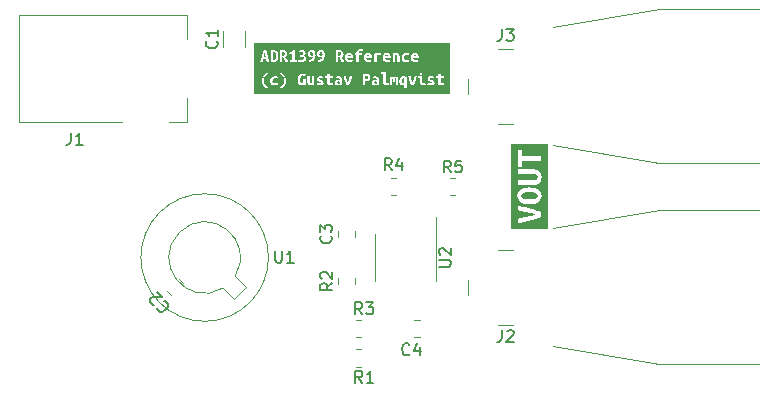
<source format=gbr>
%TF.GenerationSoftware,KiCad,Pcbnew,6.0.0-d3dd2cf0fa~116~ubuntu21.10.1*%
%TF.CreationDate,2022-02-03T21:59:43+00:00*%
%TF.ProjectId,pcb-adr1399-vref,7063622d-6164-4723-9133-39392d767265,rev?*%
%TF.SameCoordinates,Original*%
%TF.FileFunction,Legend,Top*%
%TF.FilePolarity,Positive*%
%FSLAX46Y46*%
G04 Gerber Fmt 4.6, Leading zero omitted, Abs format (unit mm)*
G04 Created by KiCad (PCBNEW 6.0.0-d3dd2cf0fa~116~ubuntu21.10.1) date 2022-02-03 21:59:43*
%MOMM*%
%LPD*%
G01*
G04 APERTURE LIST*
%ADD10C,0.150000*%
%ADD11C,0.120000*%
G04 APERTURE END LIST*
D10*
%TO.C,J1*%
X76666666Y-99952380D02*
X76666666Y-100666666D01*
X76619047Y-100809523D01*
X76523809Y-100904761D01*
X76380952Y-100952380D01*
X76285714Y-100952380D01*
X77666666Y-100952380D02*
X77095238Y-100952380D01*
X77380952Y-100952380D02*
X77380952Y-99952380D01*
X77285714Y-100095238D01*
X77190476Y-100190476D01*
X77095238Y-100238095D01*
%TO.C,R2*%
X98802380Y-112666666D02*
X98326190Y-113000000D01*
X98802380Y-113238095D02*
X97802380Y-113238095D01*
X97802380Y-112857142D01*
X97850000Y-112761904D01*
X97897619Y-112714285D01*
X97992857Y-112666666D01*
X98135714Y-112666666D01*
X98230952Y-112714285D01*
X98278571Y-112761904D01*
X98326190Y-112857142D01*
X98326190Y-113238095D01*
X97897619Y-112285714D02*
X97850000Y-112238095D01*
X97802380Y-112142857D01*
X97802380Y-111904761D01*
X97850000Y-111809523D01*
X97897619Y-111761904D01*
X97992857Y-111714285D01*
X98088095Y-111714285D01*
X98230952Y-111761904D01*
X98802380Y-112333333D01*
X98802380Y-111714285D01*
%TO.C,C4*%
X105333333Y-118677142D02*
X105285714Y-118724761D01*
X105142857Y-118772380D01*
X105047619Y-118772380D01*
X104904761Y-118724761D01*
X104809523Y-118629523D01*
X104761904Y-118534285D01*
X104714285Y-118343809D01*
X104714285Y-118200952D01*
X104761904Y-118010476D01*
X104809523Y-117915238D01*
X104904761Y-117820000D01*
X105047619Y-117772380D01*
X105142857Y-117772380D01*
X105285714Y-117820000D01*
X105333333Y-117867619D01*
X106190476Y-118105714D02*
X106190476Y-118772380D01*
X105952380Y-117724761D02*
X105714285Y-118439047D01*
X106333333Y-118439047D01*
%TO.C,J3*%
X113166666Y-91142380D02*
X113166666Y-91856666D01*
X113119047Y-91999523D01*
X113023809Y-92094761D01*
X112880952Y-92142380D01*
X112785714Y-92142380D01*
X113547619Y-91142380D02*
X114166666Y-91142380D01*
X113833333Y-91523333D01*
X113976190Y-91523333D01*
X114071428Y-91570952D01*
X114119047Y-91618571D01*
X114166666Y-91713809D01*
X114166666Y-91951904D01*
X114119047Y-92047142D01*
X114071428Y-92094761D01*
X113976190Y-92142380D01*
X113690476Y-92142380D01*
X113595238Y-92094761D01*
X113547619Y-92047142D01*
%TO.C,R3*%
X101333333Y-115302380D02*
X101000000Y-114826190D01*
X100761904Y-115302380D02*
X100761904Y-114302380D01*
X101142857Y-114302380D01*
X101238095Y-114350000D01*
X101285714Y-114397619D01*
X101333333Y-114492857D01*
X101333333Y-114635714D01*
X101285714Y-114730952D01*
X101238095Y-114778571D01*
X101142857Y-114826190D01*
X100761904Y-114826190D01*
X101666666Y-114302380D02*
X102285714Y-114302380D01*
X101952380Y-114683333D01*
X102095238Y-114683333D01*
X102190476Y-114730952D01*
X102238095Y-114778571D01*
X102285714Y-114873809D01*
X102285714Y-115111904D01*
X102238095Y-115207142D01*
X102190476Y-115254761D01*
X102095238Y-115302380D01*
X101809523Y-115302380D01*
X101714285Y-115254761D01*
X101666666Y-115207142D01*
%TO.C,U2*%
X107852380Y-111261904D02*
X108661904Y-111261904D01*
X108757142Y-111214285D01*
X108804761Y-111166666D01*
X108852380Y-111071428D01*
X108852380Y-110880952D01*
X108804761Y-110785714D01*
X108757142Y-110738095D01*
X108661904Y-110690476D01*
X107852380Y-110690476D01*
X107947619Y-110261904D02*
X107900000Y-110214285D01*
X107852380Y-110119047D01*
X107852380Y-109880952D01*
X107900000Y-109785714D01*
X107947619Y-109738095D01*
X108042857Y-109690476D01*
X108138095Y-109690476D01*
X108280952Y-109738095D01*
X108852380Y-110309523D01*
X108852380Y-109690476D01*
%TO.C,R5*%
X108833333Y-103302380D02*
X108500000Y-102826190D01*
X108261904Y-103302380D02*
X108261904Y-102302380D01*
X108642857Y-102302380D01*
X108738095Y-102350000D01*
X108785714Y-102397619D01*
X108833333Y-102492857D01*
X108833333Y-102635714D01*
X108785714Y-102730952D01*
X108738095Y-102778571D01*
X108642857Y-102826190D01*
X108261904Y-102826190D01*
X109738095Y-102302380D02*
X109261904Y-102302380D01*
X109214285Y-102778571D01*
X109261904Y-102730952D01*
X109357142Y-102683333D01*
X109595238Y-102683333D01*
X109690476Y-102730952D01*
X109738095Y-102778571D01*
X109785714Y-102873809D01*
X109785714Y-103111904D01*
X109738095Y-103207142D01*
X109690476Y-103254761D01*
X109595238Y-103302380D01*
X109357142Y-103302380D01*
X109261904Y-103254761D01*
X109214285Y-103207142D01*
%TO.C,J2*%
X113166666Y-116642380D02*
X113166666Y-117356666D01*
X113119047Y-117499523D01*
X113023809Y-117594761D01*
X112880952Y-117642380D01*
X112785714Y-117642380D01*
X113595238Y-116737619D02*
X113642857Y-116690000D01*
X113738095Y-116642380D01*
X113976190Y-116642380D01*
X114071428Y-116690000D01*
X114119047Y-116737619D01*
X114166666Y-116832857D01*
X114166666Y-116928095D01*
X114119047Y-117070952D01*
X113547619Y-117642380D01*
X114166666Y-117642380D01*
%TO.C,U1*%
X93976095Y-109929380D02*
X93976095Y-110738904D01*
X94023714Y-110834142D01*
X94071333Y-110881761D01*
X94166571Y-110929380D01*
X94357047Y-110929380D01*
X94452285Y-110881761D01*
X94499904Y-110834142D01*
X94547523Y-110738904D01*
X94547523Y-109929380D01*
X95547523Y-110929380D02*
X94976095Y-110929380D01*
X95261809Y-110929380D02*
X95261809Y-109929380D01*
X95166571Y-110072238D01*
X95071333Y-110167476D01*
X94976095Y-110215095D01*
%TO.C,R4*%
X103833333Y-103102380D02*
X103500000Y-102626190D01*
X103261904Y-103102380D02*
X103261904Y-102102380D01*
X103642857Y-102102380D01*
X103738095Y-102150000D01*
X103785714Y-102197619D01*
X103833333Y-102292857D01*
X103833333Y-102435714D01*
X103785714Y-102530952D01*
X103738095Y-102578571D01*
X103642857Y-102626190D01*
X103261904Y-102626190D01*
X104690476Y-102435714D02*
X104690476Y-103102380D01*
X104452380Y-102054761D02*
X104214285Y-102769047D01*
X104833333Y-102769047D01*
%TO.C,C1*%
X89007142Y-92166666D02*
X89054761Y-92214285D01*
X89102380Y-92357142D01*
X89102380Y-92452380D01*
X89054761Y-92595238D01*
X88959523Y-92690476D01*
X88864285Y-92738095D01*
X88673809Y-92785714D01*
X88530952Y-92785714D01*
X88340476Y-92738095D01*
X88245238Y-92690476D01*
X88150000Y-92595238D01*
X88102380Y-92452380D01*
X88102380Y-92357142D01*
X88150000Y-92214285D01*
X88197619Y-92166666D01*
X89102380Y-91214285D02*
X89102380Y-91785714D01*
X89102380Y-91500000D02*
X88102380Y-91500000D01*
X88245238Y-91595238D01*
X88340476Y-91690476D01*
X88388095Y-91785714D01*
%TO.C,C2*%
X84558328Y-114177373D02*
X84625671Y-114177373D01*
X84760358Y-114244717D01*
X84827702Y-114312061D01*
X84895045Y-114446748D01*
X84895045Y-114581435D01*
X84861374Y-114682450D01*
X84760358Y-114850809D01*
X84659343Y-114951824D01*
X84490984Y-115052839D01*
X84389969Y-115086511D01*
X84255282Y-115086511D01*
X84120595Y-115019167D01*
X84053251Y-114951824D01*
X83985908Y-114817137D01*
X83985908Y-114749793D01*
X83716534Y-114480419D02*
X83649190Y-114480419D01*
X83548175Y-114446748D01*
X83379816Y-114278389D01*
X83346145Y-114177373D01*
X83346145Y-114110030D01*
X83379816Y-114009015D01*
X83447160Y-113941671D01*
X83581847Y-113874328D01*
X84389969Y-113874328D01*
X83952236Y-113436595D01*
%TO.C,R1*%
X101333333Y-121102380D02*
X101000000Y-120626190D01*
X100761904Y-121102380D02*
X100761904Y-120102380D01*
X101142857Y-120102380D01*
X101238095Y-120150000D01*
X101285714Y-120197619D01*
X101333333Y-120292857D01*
X101333333Y-120435714D01*
X101285714Y-120530952D01*
X101238095Y-120578571D01*
X101142857Y-120626190D01*
X100761904Y-120626190D01*
X102285714Y-121102380D02*
X101714285Y-121102380D01*
X102000000Y-121102380D02*
X102000000Y-120102380D01*
X101904761Y-120245238D01*
X101809523Y-120340476D01*
X101714285Y-120388095D01*
%TO.C,C3*%
X98677142Y-108666666D02*
X98724761Y-108714285D01*
X98772380Y-108857142D01*
X98772380Y-108952380D01*
X98724761Y-109095238D01*
X98629523Y-109190476D01*
X98534285Y-109238095D01*
X98343809Y-109285714D01*
X98200952Y-109285714D01*
X98010476Y-109238095D01*
X97915238Y-109190476D01*
X97820000Y-109095238D01*
X97772380Y-108952380D01*
X97772380Y-108857142D01*
X97820000Y-108714285D01*
X97867619Y-108666666D01*
X97772380Y-108333333D02*
X97772380Y-107714285D01*
X98153333Y-108047619D01*
X98153333Y-107904761D01*
X98200952Y-107809523D01*
X98248571Y-107761904D01*
X98343809Y-107714285D01*
X98581904Y-107714285D01*
X98677142Y-107761904D01*
X98724761Y-107809523D01*
X98772380Y-107904761D01*
X98772380Y-108190476D01*
X98724761Y-108285714D01*
X98677142Y-108333333D01*
D11*
%TO.C,J1*%
X72300000Y-99000000D02*
X72300000Y-90000000D01*
X81000000Y-99000000D02*
X72300000Y-99000000D01*
X86500000Y-99000000D02*
X85000000Y-99000000D01*
X72300000Y-90000000D02*
X86500000Y-90000000D01*
X86500000Y-90000000D02*
X86500000Y-92000000D01*
X86500000Y-97000000D02*
X86500000Y-99000000D01*
%TO.C,R2*%
X100735000Y-112727064D02*
X100735000Y-112272936D01*
X99265000Y-112727064D02*
X99265000Y-112272936D01*
%TO.C,C4*%
X105738748Y-115765000D02*
X106261252Y-115765000D01*
X105738748Y-117235000D02*
X106261252Y-117235000D01*
%TO.C,kibuzzard-61FB27BC*%
G36*
X104879205Y-95325144D02*
G01*
X104917524Y-95329054D01*
X104917524Y-95732576D01*
X104866692Y-95752909D01*
X104804913Y-95760729D01*
X104744893Y-95746848D01*
X104702468Y-95705206D01*
X104677248Y-95638148D01*
X104668841Y-95548020D01*
X104678812Y-95458283D01*
X104708724Y-95386142D01*
X104758578Y-95338634D01*
X104828373Y-95322798D01*
X104879205Y-95325144D01*
G37*
G36*
X92196213Y-92312170D02*
G01*
X108803787Y-92312170D01*
X108803787Y-96687830D01*
X92196213Y-96687830D01*
X92196213Y-95493278D01*
X92841575Y-95493278D01*
X92847734Y-95597971D01*
X92866209Y-95697777D01*
X92897001Y-95792694D01*
X92940110Y-95882724D01*
X92996513Y-95966694D01*
X93067188Y-96043429D01*
X93152135Y-96112931D01*
X93251354Y-96175200D01*
X93340504Y-96056333D01*
X93247617Y-95991946D01*
X93169155Y-95915569D01*
X93105116Y-95827201D01*
X93057760Y-95727189D01*
X93029347Y-95615882D01*
X93023621Y-95541764D01*
X93545393Y-95541764D01*
X93551454Y-95620357D01*
X93569636Y-95693475D01*
X93600721Y-95759165D01*
X93645492Y-95815471D01*
X93704339Y-95861610D01*
X93777653Y-95896801D01*
X93866217Y-95919088D01*
X93970812Y-95926517D01*
X94043931Y-95923976D01*
X94106883Y-95916351D01*
X94205418Y-95890544D01*
X94177265Y-95732576D01*
X94087333Y-95752909D01*
X93992708Y-95759165D01*
X93875210Y-95744698D01*
X93797986Y-95701296D01*
X93755170Y-95632478D01*
X93740898Y-95541764D01*
X93753410Y-95454177D01*
X93794075Y-95384578D01*
X93868367Y-95339221D01*
X93983324Y-95322798D01*
X94081077Y-95331400D01*
X94150676Y-95350951D01*
X94192906Y-95196111D01*
X94084987Y-95164830D01*
X93966120Y-95155446D01*
X93864262Y-95163071D01*
X93777653Y-95185945D01*
X93705512Y-95221918D01*
X93647056Y-95268839D01*
X93602090Y-95325731D01*
X93570418Y-95391616D01*
X93551649Y-95464344D01*
X93545393Y-95541764D01*
X93023621Y-95541764D01*
X93019876Y-95493278D01*
X93029695Y-95369198D01*
X93059151Y-95255544D01*
X93108244Y-95152318D01*
X93174021Y-95060908D01*
X93253526Y-94982706D01*
X93346760Y-94917712D01*
X94391539Y-94917712D01*
X94484773Y-94982706D01*
X94564278Y-95060908D01*
X94630055Y-95152318D01*
X94679148Y-95255544D01*
X94708604Y-95369198D01*
X94718423Y-95493278D01*
X94708952Y-95615882D01*
X94680538Y-95727189D01*
X94633183Y-95827201D01*
X94569144Y-95915569D01*
X94490681Y-95991946D01*
X94397795Y-96056333D01*
X94486945Y-96175200D01*
X94586164Y-96112931D01*
X94671111Y-96043429D01*
X94741786Y-95966694D01*
X94798189Y-95882724D01*
X94841298Y-95792694D01*
X94872090Y-95697777D01*
X94890565Y-95597971D01*
X94896723Y-95493278D01*
X94892587Y-95424461D01*
X95864864Y-95424461D01*
X95871902Y-95541959D01*
X95893016Y-95644208D01*
X95927034Y-95731012D01*
X95972782Y-95802176D01*
X96029674Y-95857700D01*
X96097123Y-95897583D01*
X96174348Y-95921630D01*
X96260566Y-95929645D01*
X96356168Y-95925735D01*
X96436520Y-95914005D01*
X96543657Y-95885852D01*
X96543657Y-95583993D01*
X96696933Y-95583993D01*
X96700061Y-95655939D01*
X96709445Y-95721628D01*
X96755584Y-95830329D01*
X96847080Y-95901493D01*
X96913161Y-95920261D01*
X96995664Y-95926517D01*
X97081491Y-95922998D01*
X97160670Y-95912441D01*
X97289704Y-95884288D01*
X97289704Y-95865520D01*
X97471132Y-95865520D01*
X97579051Y-95904621D01*
X97653343Y-95921043D01*
X97741711Y-95926517D01*
X97828124Y-95922216D01*
X97899679Y-95909313D01*
X98003688Y-95862392D01*
X98060775Y-95792010D01*
X98077979Y-95705988D01*
X98054519Y-95608235D01*
X97994303Y-95542546D01*
X97912191Y-95499535D01*
X97824605Y-95468254D01*
X97769082Y-95448703D01*
X97723724Y-95427589D01*
X97692444Y-95403346D01*
X97680713Y-95372847D01*
X97706520Y-95334528D01*
X97805837Y-95316542D01*
X97932524Y-95334528D01*
X98015418Y-95360335D01*
X98020276Y-95333746D01*
X98224999Y-95333746D01*
X98392351Y-95333746D01*
X98392351Y-95635606D01*
X98397043Y-95719087D01*
X98411120Y-95784972D01*
X98465861Y-95873340D01*
X98553447Y-95915569D01*
X98672314Y-95926517D01*
X98791963Y-95917133D01*
X98906920Y-95885852D01*
X98880332Y-95720064D01*
X98831064Y-95740397D01*
X98787271Y-95752127D01*
X98743478Y-95757601D01*
X98694211Y-95759165D01*
X98648854Y-95754473D01*
X98614445Y-95735705D01*
X98592548Y-95696604D01*
X98591058Y-95684091D01*
X99019531Y-95684091D01*
X99041428Y-95797484D01*
X99103989Y-95872558D01*
X99201742Y-95914005D01*
X99329211Y-95926517D01*
X99427354Y-95923389D01*
X99515332Y-95914005D01*
X99640455Y-95892108D01*
X99640455Y-95454177D01*
X99624814Y-95329836D01*
X99573201Y-95235994D01*
X99477013Y-95176560D01*
X99466962Y-95174214D01*
X99754630Y-95174214D01*
X99787914Y-95283062D01*
X99822079Y-95387510D01*
X99857123Y-95487560D01*
X99893047Y-95583211D01*
X99941272Y-95702512D01*
X99988975Y-95811213D01*
X100036157Y-95909313D01*
X100197253Y-95909313D01*
X101381231Y-95909313D01*
X101573607Y-95909313D01*
X101573607Y-95684091D01*
X102147610Y-95684091D01*
X102169506Y-95797484D01*
X102232068Y-95872558D01*
X102329821Y-95914005D01*
X102457290Y-95926517D01*
X102555433Y-95923389D01*
X102643410Y-95914005D01*
X102768534Y-95892108D01*
X102768534Y-95454177D01*
X102752893Y-95329836D01*
X102701280Y-95235994D01*
X102605091Y-95176560D01*
X102537251Y-95160725D01*
X102454162Y-95155446D01*
X102384953Y-95157987D01*
X102318090Y-95165612D01*
X102216428Y-95188291D01*
X102243016Y-95343131D01*
X102325128Y-95324362D01*
X102430701Y-95316542D01*
X102502647Y-95325731D01*
X102549568Y-95353297D01*
X102583977Y-95444793D01*
X102583977Y-95468254D01*
X102521806Y-95458870D01*
X102451034Y-95455741D01*
X102336859Y-95467472D01*
X102239888Y-95505791D01*
X102172635Y-95576173D01*
X102147610Y-95684091D01*
X101573607Y-95684091D01*
X101573607Y-95582429D01*
X101642425Y-95582429D01*
X101758077Y-95573826D01*
X101854787Y-95548020D01*
X101932555Y-95505009D01*
X101989468Y-95442708D01*
X102023616Y-95359032D01*
X102034999Y-95253980D01*
X102023703Y-95149972D01*
X101989816Y-95067338D01*
X101933337Y-95006080D01*
X101909051Y-94992786D01*
X102917117Y-94992786D01*
X103120442Y-94992786D01*
X103120442Y-95616838D01*
X103135692Y-95750367D01*
X103181440Y-95847533D01*
X103260424Y-95906771D01*
X103375381Y-95926517D01*
X103462185Y-95920261D01*
X103510012Y-95909313D01*
X103688189Y-95909313D01*
X103844593Y-95909313D01*
X103844593Y-95332182D01*
X103870399Y-95327490D01*
X103893078Y-95325926D01*
X103940781Y-95355643D01*
X103955640Y-95460434D01*
X103955640Y-95629350D01*
X104112043Y-95629350D01*
X104112043Y-95482330D01*
X104108915Y-95402564D01*
X104101095Y-95336874D01*
X104129248Y-95328272D01*
X104158965Y-95325926D01*
X104183207Y-95330618D01*
X104203540Y-95349387D01*
X104217616Y-95390052D01*
X104223090Y-95460434D01*
X104223090Y-95909313D01*
X104379494Y-95909313D01*
X104379494Y-95541764D01*
X104473337Y-95541764D01*
X104478029Y-95625244D01*
X104492105Y-95700514D01*
X104515370Y-95766399D01*
X104547628Y-95821727D01*
X104639125Y-95899147D01*
X104698167Y-95919675D01*
X104765812Y-95926517D01*
X104841668Y-95916351D01*
X104917524Y-95888980D01*
X104917524Y-96167379D01*
X105109901Y-96167379D01*
X105109901Y-95197675D01*
X105051249Y-95182817D01*
X105002322Y-95174214D01*
X105228768Y-95174214D01*
X105262052Y-95283062D01*
X105296217Y-95387510D01*
X105331261Y-95487560D01*
X105367185Y-95583211D01*
X105415410Y-95702512D01*
X105463113Y-95811213D01*
X105510295Y-95909313D01*
X105671391Y-95909313D01*
X105719355Y-95811213D01*
X105769404Y-95702512D01*
X105821539Y-95583211D01*
X105860542Y-95487560D01*
X105897785Y-95387510D01*
X105916051Y-95333746D01*
X106045196Y-95333746D01*
X106248521Y-95333746D01*
X106248521Y-95604325D01*
X106251649Y-95676662D01*
X106261034Y-95740397D01*
X106304045Y-95841277D01*
X106385375Y-95904621D01*
X106511280Y-95926517D01*
X106607468Y-95916351D01*
X106719297Y-95878032D01*
X106717275Y-95865520D01*
X106855369Y-95865520D01*
X106963287Y-95904621D01*
X107037579Y-95921043D01*
X107125947Y-95926517D01*
X107212361Y-95922216D01*
X107283915Y-95909313D01*
X107387924Y-95862392D01*
X107445011Y-95792010D01*
X107462216Y-95705988D01*
X107438755Y-95608235D01*
X107378540Y-95542546D01*
X107296428Y-95499535D01*
X107208841Y-95468254D01*
X107153318Y-95448703D01*
X107107961Y-95427589D01*
X107076680Y-95403346D01*
X107064950Y-95372847D01*
X107090756Y-95334528D01*
X107190073Y-95316542D01*
X107316760Y-95334528D01*
X107399654Y-95360335D01*
X107404512Y-95333746D01*
X107609236Y-95333746D01*
X107776588Y-95333746D01*
X107776588Y-95635606D01*
X107781280Y-95719087D01*
X107795356Y-95784972D01*
X107850098Y-95873340D01*
X107937684Y-95915569D01*
X108056551Y-95926517D01*
X108176200Y-95917133D01*
X108291157Y-95885852D01*
X108264568Y-95720064D01*
X108215301Y-95740397D01*
X108171508Y-95752127D01*
X108127715Y-95757601D01*
X108078447Y-95759165D01*
X108033090Y-95754473D01*
X107998681Y-95735705D01*
X107976785Y-95696604D01*
X107968965Y-95630914D01*
X107968965Y-95333746D01*
X108277080Y-95333746D01*
X108277080Y-95174214D01*
X107968965Y-95174214D01*
X107968965Y-94958377D01*
X107776588Y-94989658D01*
X107776588Y-95174214D01*
X107609236Y-95174214D01*
X107609236Y-95333746D01*
X107404512Y-95333746D01*
X107429371Y-95197675D01*
X107322234Y-95166394D01*
X107257913Y-95158183D01*
X107188509Y-95155446D01*
X107111480Y-95159943D01*
X107046181Y-95173432D01*
X106948429Y-95223482D01*
X106892123Y-95296991D01*
X106874137Y-95385360D01*
X106897598Y-95481548D01*
X106957031Y-95544892D01*
X107036797Y-95586339D01*
X107122819Y-95615273D01*
X107179907Y-95634042D01*
X107228392Y-95653592D01*
X107261237Y-95677835D01*
X107272967Y-95712244D01*
X107235430Y-95753691D01*
X107127511Y-95763857D01*
X107001606Y-95745089D01*
X106885085Y-95704424D01*
X106855369Y-95865520D01*
X106717275Y-95865520D01*
X106694273Y-95723192D01*
X106609814Y-95752127D01*
X106545689Y-95759165D01*
X106465141Y-95727102D01*
X106440898Y-95629350D01*
X106440898Y-95174214D01*
X106045196Y-95174214D01*
X106045196Y-95333746D01*
X105916051Y-95333746D01*
X105933270Y-95283062D01*
X105966994Y-95174214D01*
X105771489Y-95174214D01*
X105734734Y-95300902D01*
X105711665Y-95368351D01*
X105687813Y-95436191D01*
X105663375Y-95503249D01*
X105638546Y-95568352D01*
X105593189Y-95685655D01*
X105550178Y-95568352D01*
X105527695Y-95503249D01*
X105505603Y-95436191D01*
X105484293Y-95368351D01*
X105464156Y-95300902D01*
X105430529Y-95174214D01*
X105228768Y-95174214D01*
X105002322Y-95174214D01*
X104980085Y-95170304D01*
X104902665Y-95161702D01*
X104826809Y-95158574D01*
X104746848Y-95165612D01*
X104675880Y-95186727D01*
X104614882Y-95220354D01*
X104564833Y-95264929D01*
X104525536Y-95320257D01*
X104496797Y-95386142D01*
X104479202Y-95460629D01*
X104473337Y-95541764D01*
X104379494Y-95541764D01*
X104379494Y-95469818D01*
X104377539Y-95398068D01*
X104371674Y-95336092D01*
X104341175Y-95241468D01*
X104279396Y-95185163D01*
X104179297Y-95166394D01*
X104104223Y-95179689D01*
X104041662Y-95210187D01*
X103986138Y-95176560D01*
X103913410Y-95166394D01*
X103808620Y-95175778D01*
X103688189Y-95202367D01*
X103688189Y-95909313D01*
X103510012Y-95909313D01*
X103527093Y-95905403D01*
X103570104Y-95888980D01*
X103591218Y-95878032D01*
X103566194Y-95723192D01*
X103514580Y-95743525D01*
X103417610Y-95759165D01*
X103342536Y-95732576D01*
X103312819Y-95630914D01*
X103312819Y-94963069D01*
X106190652Y-94963069D01*
X106225843Y-95052219D01*
X106311083Y-95085064D01*
X106397105Y-95052219D01*
X106433078Y-94963069D01*
X106397105Y-94872355D01*
X106311083Y-94839510D01*
X106225843Y-94872355D01*
X106190652Y-94963069D01*
X103312819Y-94963069D01*
X103312819Y-94833254D01*
X102917117Y-94833254D01*
X102917117Y-94992786D01*
X101909051Y-94992786D01*
X101856351Y-94963938D01*
X101760945Y-94938653D01*
X101647117Y-94930224D01*
X101586120Y-94931788D01*
X101515738Y-94935698D01*
X101444574Y-94942737D01*
X101381231Y-94953685D01*
X101381231Y-95909313D01*
X100197253Y-95909313D01*
X100245217Y-95811213D01*
X100295266Y-95702512D01*
X100347401Y-95583211D01*
X100386404Y-95487560D01*
X100423648Y-95387510D01*
X100459132Y-95283062D01*
X100492856Y-95174214D01*
X100297351Y-95174214D01*
X100260596Y-95300902D01*
X100237527Y-95368351D01*
X100213675Y-95436191D01*
X100189237Y-95503249D01*
X100164408Y-95568352D01*
X100119051Y-95685655D01*
X100076040Y-95568352D01*
X100053557Y-95503249D01*
X100031465Y-95436191D01*
X100010155Y-95368351D01*
X99990018Y-95300902D01*
X99956391Y-95174214D01*
X99754630Y-95174214D01*
X99466962Y-95174214D01*
X99409172Y-95160725D01*
X99326083Y-95155446D01*
X99256874Y-95157987D01*
X99190011Y-95165612D01*
X99088349Y-95188291D01*
X99114938Y-95343131D01*
X99197050Y-95324362D01*
X99302622Y-95316542D01*
X99374568Y-95325731D01*
X99421489Y-95353297D01*
X99455898Y-95444793D01*
X99455898Y-95468254D01*
X99393728Y-95458870D01*
X99322955Y-95455741D01*
X99208780Y-95467472D01*
X99111809Y-95505791D01*
X99044556Y-95576173D01*
X99019531Y-95684091D01*
X98591058Y-95684091D01*
X98584728Y-95630914D01*
X98584728Y-95333746D01*
X98892844Y-95333746D01*
X98892844Y-95174214D01*
X98584728Y-95174214D01*
X98584728Y-94958377D01*
X98392351Y-94989658D01*
X98392351Y-95174214D01*
X98224999Y-95174214D01*
X98224999Y-95333746D01*
X98020276Y-95333746D01*
X98045135Y-95197675D01*
X97937998Y-95166394D01*
X97873677Y-95158183D01*
X97804273Y-95155446D01*
X97727244Y-95159943D01*
X97661945Y-95173432D01*
X97564192Y-95223482D01*
X97507887Y-95296991D01*
X97489901Y-95385360D01*
X97513361Y-95481548D01*
X97572795Y-95544892D01*
X97652561Y-95586339D01*
X97738583Y-95615273D01*
X97795670Y-95634042D01*
X97844156Y-95653592D01*
X97877000Y-95677835D01*
X97888731Y-95712244D01*
X97851194Y-95753691D01*
X97743275Y-95763857D01*
X97617370Y-95745089D01*
X97500849Y-95704424D01*
X97471132Y-95865520D01*
X97289704Y-95865520D01*
X97289704Y-95174214D01*
X97095763Y-95174214D01*
X97095763Y-95751345D01*
X97008176Y-95759165D01*
X96913552Y-95709898D01*
X96895370Y-95647532D01*
X96889309Y-95558968D01*
X96889309Y-95174214D01*
X96696933Y-95174214D01*
X96696933Y-95583993D01*
X96543657Y-95583993D01*
X96543657Y-95402564D01*
X96351280Y-95402564D01*
X96351280Y-95756037D01*
X96313743Y-95760729D01*
X96276206Y-95762293D01*
X96182755Y-95741765D01*
X96115110Y-95680181D01*
X96084698Y-95615273D01*
X96066451Y-95530033D01*
X96060369Y-95424461D01*
X96063692Y-95352710D01*
X96073663Y-95287607D01*
X96117456Y-95181253D01*
X96194876Y-95111653D01*
X96310615Y-95086628D01*
X96413841Y-95103833D01*
X96498300Y-95142934D01*
X96548349Y-94989658D01*
X96516286Y-94970889D01*
X96462327Y-94947429D01*
X96384907Y-94927878D01*
X96284026Y-94919276D01*
X96199177Y-94927292D01*
X96119802Y-94951339D01*
X96048247Y-94991417D01*
X95986859Y-95047527D01*
X95936418Y-95119277D01*
X95897708Y-95206277D01*
X95873075Y-95308135D01*
X95864864Y-95424461D01*
X94892587Y-95424461D01*
X94890369Y-95387559D01*
X94871308Y-95286239D01*
X94839538Y-95189317D01*
X94795061Y-95096794D01*
X94737289Y-95010430D01*
X94665636Y-94931984D01*
X94580103Y-94861455D01*
X94480689Y-94798845D01*
X94391539Y-94917712D01*
X93346760Y-94917712D01*
X93257610Y-94798845D01*
X93158196Y-94861455D01*
X93072662Y-94931984D01*
X93001010Y-95010430D01*
X92943238Y-95096794D01*
X92898761Y-95189317D01*
X92866991Y-95286239D01*
X92847929Y-95387559D01*
X92841575Y-95493278D01*
X92196213Y-95493278D01*
X92196213Y-93924938D01*
X92708843Y-93924938D01*
X92912043Y-93924938D01*
X92956493Y-93697925D01*
X93218431Y-93697925D01*
X93264468Y-93924938D01*
X93474018Y-93924938D01*
X93471405Y-93913825D01*
X93574031Y-93913825D01*
X93681187Y-93932082D01*
X93783581Y-93937638D01*
X93879426Y-93930693D01*
X93903597Y-93924938D01*
X94367781Y-93924938D01*
X94563043Y-93924938D01*
X94563043Y-93562988D01*
X94664643Y-93562988D01*
X94718420Y-93652880D01*
X94768625Y-93741582D01*
X94814067Y-93831474D01*
X94853556Y-93924938D01*
X95058343Y-93924938D01*
X95013100Y-93820957D01*
X94958331Y-93711419D01*
X94899593Y-93606644D01*
X94842443Y-93515363D01*
X94911896Y-93470516D01*
X94958331Y-93409000D01*
X94984525Y-93335182D01*
X94993256Y-93253425D01*
X94986707Y-93176233D01*
X94978087Y-93147063D01*
X95152006Y-93147063D01*
X95215506Y-93308988D01*
X95312343Y-93270094D01*
X95413943Y-93213738D01*
X95413943Y-93763013D01*
X95207568Y-93763013D01*
X95207568Y-93924938D01*
X95804468Y-93924938D01*
X95804468Y-93891600D01*
X95934643Y-93891600D01*
X95983856Y-93909063D01*
X96052912Y-93926525D01*
X96130700Y-93940019D01*
X96207693Y-93945575D01*
X96299371Y-93939821D01*
X96377556Y-93922557D01*
X96442643Y-93894775D01*
X96495031Y-93857469D01*
X96563293Y-93758250D01*
X96585518Y-93632838D01*
X96575001Y-93553066D01*
X96543450Y-93485200D01*
X96492848Y-93430829D01*
X96425181Y-93391538D01*
X96514081Y-93308988D01*
X96530984Y-93251838D01*
X96734743Y-93251838D01*
X96752206Y-93373282D01*
X96807768Y-93472500D01*
X96906193Y-93539969D01*
X96972868Y-93558424D01*
X97052243Y-93564575D01*
X97163368Y-93537588D01*
X97107409Y-93636608D01*
X97022081Y-93705069D01*
X96915321Y-93745352D01*
X96795068Y-93759838D01*
X96801418Y-93928113D01*
X96928617Y-93918389D01*
X97043512Y-93889219D01*
X97144318Y-93841396D01*
X97229250Y-93775713D01*
X97297314Y-93692171D01*
X97347518Y-93590769D01*
X97378475Y-93472302D01*
X97388793Y-93337563D01*
X97382009Y-93251838D01*
X97528493Y-93251838D01*
X97545956Y-93373282D01*
X97601518Y-93472500D01*
X97699943Y-93539969D01*
X97766618Y-93558424D01*
X97845993Y-93564575D01*
X97957118Y-93537588D01*
X97901159Y-93636608D01*
X97815831Y-93705069D01*
X97709071Y-93745352D01*
X97588818Y-93759838D01*
X97595168Y-93928113D01*
X97636700Y-93924938D01*
X99130281Y-93924938D01*
X99325543Y-93924938D01*
X99325543Y-93562988D01*
X99427143Y-93562988D01*
X99480920Y-93652880D01*
X99531125Y-93741582D01*
X99576567Y-93831474D01*
X99616056Y-93924938D01*
X99820843Y-93924938D01*
X99775600Y-93820957D01*
X99720831Y-93711419D01*
X99662093Y-93606644D01*
X99631778Y-93558225D01*
X99887518Y-93558225D01*
X99894662Y-93647522D01*
X99916093Y-93724913D01*
X99950820Y-93790596D01*
X99997850Y-93844769D01*
X100056587Y-93887235D01*
X100126437Y-93917794D01*
X100206804Y-93936249D01*
X100297093Y-93942400D01*
X100425681Y-93930494D01*
X100533631Y-93901125D01*
X100506643Y-93734438D01*
X100416950Y-93759838D01*
X100305031Y-93772538D01*
X100218512Y-93762021D01*
X100149456Y-93730469D01*
X100104212Y-93680661D01*
X100089131Y-93615375D01*
X100573318Y-93615375D01*
X100575700Y-93582038D01*
X100576493Y-93542350D01*
X100566968Y-93427433D01*
X100540887Y-93340738D01*
X100689206Y-93340738D01*
X100852718Y-93340738D01*
X100852718Y-93924938D01*
X101049568Y-93924938D01*
X101049568Y-93558225D01*
X101475018Y-93558225D01*
X101482162Y-93647522D01*
X101503593Y-93724913D01*
X101538320Y-93790596D01*
X101585350Y-93844769D01*
X101644087Y-93887235D01*
X101713937Y-93917794D01*
X101794304Y-93936249D01*
X101884593Y-93942400D01*
X102013181Y-93930494D01*
X102033603Y-93924938D01*
X102360843Y-93924938D01*
X102557693Y-93924938D01*
X102557693Y-93558225D01*
X103062518Y-93558225D01*
X103069662Y-93647522D01*
X103091093Y-93724913D01*
X103125820Y-93790596D01*
X103172850Y-93844769D01*
X103231587Y-93887235D01*
X103301437Y-93917794D01*
X103381804Y-93936249D01*
X103472093Y-93942400D01*
X103600681Y-93930494D01*
X103621103Y-93924938D01*
X103907068Y-93924938D01*
X104102331Y-93924938D01*
X104102331Y-93339150D01*
X104147575Y-93334388D01*
X104191231Y-93332800D01*
X104288068Y-93378838D01*
X104305928Y-93439560D01*
X104311881Y-93529650D01*
X104311881Y-93924938D01*
X104507143Y-93924938D01*
X104507143Y-93551875D01*
X104670656Y-93551875D01*
X104676807Y-93631647D01*
X104695262Y-93705863D01*
X104726814Y-93772538D01*
X104772256Y-93829688D01*
X104831985Y-93876519D01*
X104906400Y-93912238D01*
X104996292Y-93934860D01*
X105102456Y-93942400D01*
X105176671Y-93939821D01*
X105240568Y-93932082D01*
X105340581Y-93905888D01*
X105312006Y-93745550D01*
X105220725Y-93766188D01*
X105124681Y-93772538D01*
X105005420Y-93757854D01*
X104927037Y-93713800D01*
X104883579Y-93643950D01*
X104870092Y-93558225D01*
X105443768Y-93558225D01*
X105450912Y-93647522D01*
X105472343Y-93724913D01*
X105507070Y-93790596D01*
X105554100Y-93844769D01*
X105612837Y-93887235D01*
X105682687Y-93917794D01*
X105763054Y-93936249D01*
X105853343Y-93942400D01*
X105981931Y-93930494D01*
X106089881Y-93901125D01*
X106062893Y-93734438D01*
X105973200Y-93759838D01*
X105861281Y-93772538D01*
X105774762Y-93762021D01*
X105705706Y-93730469D01*
X105660462Y-93680661D01*
X105645381Y-93615375D01*
X106129568Y-93615375D01*
X106131950Y-93582038D01*
X106132743Y-93542350D01*
X106123218Y-93427433D01*
X106094643Y-93332448D01*
X106047018Y-93257394D01*
X105981049Y-93203155D01*
X105897440Y-93170611D01*
X105796193Y-93159763D01*
X105730312Y-93166113D01*
X105666018Y-93185163D01*
X105606090Y-93216714D01*
X105553306Y-93260569D01*
X105508856Y-93316727D01*
X105473931Y-93385188D01*
X105451309Y-93465754D01*
X105443768Y-93558225D01*
X104870092Y-93558225D01*
X104869093Y-93551875D01*
X104881793Y-93462975D01*
X104923068Y-93392332D01*
X104998475Y-93346294D01*
X105115156Y-93329625D01*
X105214375Y-93338357D01*
X105285018Y-93358200D01*
X105327881Y-93201038D01*
X105218343Y-93169288D01*
X105097693Y-93159763D01*
X104994307Y-93167502D01*
X104906400Y-93190719D01*
X104833176Y-93227232D01*
X104773843Y-93274857D01*
X104728203Y-93332602D01*
X104696056Y-93399475D01*
X104677006Y-93473294D01*
X104670656Y-93551875D01*
X104507143Y-93551875D01*
X104507143Y-93504250D01*
X104503571Y-93431424D01*
X104492856Y-93365344D01*
X104444437Y-93257394D01*
X104351568Y-93187544D01*
X104285290Y-93169089D01*
X104203931Y-93162938D01*
X104116817Y-93166113D01*
X104036450Y-93175638D01*
X103965607Y-93188735D01*
X103907068Y-93202625D01*
X103907068Y-93924938D01*
X103621103Y-93924938D01*
X103708631Y-93901125D01*
X103681643Y-93734438D01*
X103591950Y-93759838D01*
X103480031Y-93772538D01*
X103393512Y-93762021D01*
X103324456Y-93730469D01*
X103279212Y-93680661D01*
X103264131Y-93615375D01*
X103748318Y-93615375D01*
X103750700Y-93582038D01*
X103751493Y-93542350D01*
X103741968Y-93427433D01*
X103713393Y-93332448D01*
X103665768Y-93257394D01*
X103599799Y-93203155D01*
X103516190Y-93170611D01*
X103414943Y-93159763D01*
X103349062Y-93166113D01*
X103284768Y-93185163D01*
X103224840Y-93216714D01*
X103172056Y-93260569D01*
X103127606Y-93316727D01*
X103092681Y-93385188D01*
X103070059Y-93465754D01*
X103062518Y-93558225D01*
X102557693Y-93558225D01*
X102557693Y-93370900D01*
X102638656Y-93355819D01*
X102719618Y-93351850D01*
X102762481Y-93353438D01*
X102814868Y-93358994D01*
X102868050Y-93367725D01*
X102913293Y-93377250D01*
X102948218Y-93196275D01*
X102887100Y-93181194D01*
X102819631Y-93171669D01*
X102756925Y-93166113D01*
X102711681Y-93164525D01*
X102609089Y-93168891D01*
X102520387Y-93181988D01*
X102439623Y-93202229D01*
X102360843Y-93228025D01*
X102360843Y-93924938D01*
X102033603Y-93924938D01*
X102121131Y-93901125D01*
X102094143Y-93734438D01*
X102004450Y-93759838D01*
X101892531Y-93772538D01*
X101806012Y-93762021D01*
X101736956Y-93730469D01*
X101691712Y-93680661D01*
X101676631Y-93615375D01*
X102160818Y-93615375D01*
X102163200Y-93582038D01*
X102163993Y-93542350D01*
X102154468Y-93427433D01*
X102125893Y-93332448D01*
X102078268Y-93257394D01*
X102012299Y-93203155D01*
X101928690Y-93170611D01*
X101827443Y-93159763D01*
X101761562Y-93166113D01*
X101697268Y-93185163D01*
X101637340Y-93216714D01*
X101584556Y-93260569D01*
X101540106Y-93316727D01*
X101505181Y-93385188D01*
X101482559Y-93465754D01*
X101475018Y-93558225D01*
X101049568Y-93558225D01*
X101049568Y-93340738D01*
X101355956Y-93340738D01*
X101355956Y-93178813D01*
X101049568Y-93178813D01*
X101049568Y-93139125D01*
X101060681Y-93062132D01*
X101090050Y-93016888D01*
X101132912Y-92996250D01*
X101184506Y-92991488D01*
X101288487Y-93004982D01*
X101379768Y-93031175D01*
X101413106Y-92872425D01*
X101295631Y-92835913D01*
X101168631Y-92824800D01*
X101051156Y-92839882D01*
X100949556Y-92890682D01*
X100878912Y-92985932D01*
X100859267Y-93053202D01*
X100852718Y-93135950D01*
X100852718Y-93178813D01*
X100689206Y-93178813D01*
X100689206Y-93340738D01*
X100540887Y-93340738D01*
X100538393Y-93332448D01*
X100490768Y-93257394D01*
X100424799Y-93203155D01*
X100341190Y-93170611D01*
X100239943Y-93159763D01*
X100174062Y-93166113D01*
X100109768Y-93185163D01*
X100049840Y-93216714D01*
X99997056Y-93260569D01*
X99952606Y-93316727D01*
X99917681Y-93385188D01*
X99895059Y-93465754D01*
X99887518Y-93558225D01*
X99631778Y-93558225D01*
X99604943Y-93515363D01*
X99674396Y-93470516D01*
X99720831Y-93409000D01*
X99747025Y-93335182D01*
X99755756Y-93253425D01*
X99749207Y-93176233D01*
X99729562Y-93109757D01*
X99654156Y-93008950D01*
X99600181Y-92974422D01*
X99536681Y-92950213D01*
X99464450Y-92935925D01*
X99384281Y-92931163D01*
X99328718Y-92932750D01*
X99262043Y-92936719D01*
X99192987Y-92944657D01*
X99130281Y-92956563D01*
X99130281Y-93924938D01*
X97636700Y-93924938D01*
X97722367Y-93918389D01*
X97837262Y-93889219D01*
X97938068Y-93841396D01*
X98023000Y-93775713D01*
X98091064Y-93692171D01*
X98141268Y-93590769D01*
X98172225Y-93472302D01*
X98182543Y-93337563D01*
X98172842Y-93214973D01*
X98143738Y-93111785D01*
X98095231Y-93028000D01*
X98028379Y-92966264D01*
X97944242Y-92929223D01*
X97842818Y-92916875D01*
X97768603Y-92924614D01*
X97704706Y-92947832D01*
X97607075Y-93027207D01*
X97548337Y-93135157D01*
X97528493Y-93251838D01*
X97382009Y-93251838D01*
X97379092Y-93214973D01*
X97349988Y-93111785D01*
X97301481Y-93028000D01*
X97234629Y-92966264D01*
X97150492Y-92929223D01*
X97049068Y-92916875D01*
X96974853Y-92924614D01*
X96910956Y-92947832D01*
X96813325Y-93027207D01*
X96754587Y-93135157D01*
X96734743Y-93251838D01*
X96530984Y-93251838D01*
X96547418Y-93196275D01*
X96528368Y-93086738D01*
X96469631Y-92998632D01*
X96368825Y-92940688D01*
X96302348Y-92925210D01*
X96225156Y-92920050D01*
X96140820Y-92927393D01*
X96065612Y-92949419D01*
X95952106Y-93007363D01*
X96021956Y-93150238D01*
X96116412Y-93104994D01*
X96226743Y-93086738D01*
X96316437Y-93117694D01*
X96348981Y-93202625D01*
X96333900Y-93262950D01*
X96295006Y-93301050D01*
X96241031Y-93321688D01*
X96180706Y-93328038D01*
X96107681Y-93328038D01*
X96107681Y-93489963D01*
X96168006Y-93489963D01*
X96254921Y-93497702D01*
X96325168Y-93520919D01*
X96371603Y-93563583D01*
X96387081Y-93629663D01*
X96346600Y-93736025D01*
X96291235Y-93768172D01*
X96206106Y-93778888D01*
X96130898Y-93774522D01*
X96067200Y-93761425D01*
X95972743Y-93728088D01*
X95934643Y-93891600D01*
X95804468Y-93891600D01*
X95804468Y-93763013D01*
X95609206Y-93763013D01*
X95609206Y-92942275D01*
X95475856Y-92942275D01*
X95407593Y-93004188D01*
X95323456Y-93061338D01*
X95234556Y-93110550D01*
X95152006Y-93147063D01*
X94978087Y-93147063D01*
X94967062Y-93109757D01*
X94891656Y-93008950D01*
X94837681Y-92974422D01*
X94774181Y-92950213D01*
X94701950Y-92935925D01*
X94621781Y-92931163D01*
X94566218Y-92932750D01*
X94499543Y-92936719D01*
X94430487Y-92944657D01*
X94367781Y-92956563D01*
X94367781Y-93924938D01*
X93903597Y-93924938D01*
X93966937Y-93909857D01*
X94044526Y-93873939D01*
X94110606Y-93821750D01*
X94164382Y-93752496D01*
X94205062Y-93665382D01*
X94230660Y-93559218D01*
X94239193Y-93432813D01*
X94231454Y-93309186D01*
X94208237Y-93205007D01*
X94171129Y-93118885D01*
X94121718Y-93049432D01*
X94060004Y-92996449D01*
X93985987Y-92959738D01*
X93901651Y-92938307D01*
X93808981Y-92931163D01*
X93699443Y-92935925D01*
X93574031Y-92954975D01*
X93574031Y-93913825D01*
X93471405Y-93913825D01*
X93447825Y-93813527D01*
X93421313Y-93705355D01*
X93394485Y-93600421D01*
X93367338Y-93498726D01*
X93339875Y-93400269D01*
X93305297Y-93280859D01*
X93270620Y-93164724D01*
X93235844Y-93051863D01*
X93200968Y-92942275D01*
X92988243Y-92942275D01*
X92954608Y-93050970D01*
X92920378Y-93162739D01*
X92885552Y-93277585D01*
X92850131Y-93395507D01*
X92821619Y-93493138D01*
X92793235Y-93594897D01*
X92764977Y-93700783D01*
X92736847Y-93810797D01*
X92708843Y-93924938D01*
X92196213Y-93924938D01*
X92196213Y-92312170D01*
G37*
G36*
X100309793Y-93336769D02*
G01*
X100354243Y-93372488D01*
X100379643Y-93422494D01*
X100387581Y-93480438D01*
X100089131Y-93480438D01*
X100102625Y-93421700D01*
X100131200Y-93370900D01*
X100177237Y-93335975D01*
X100243118Y-93323275D01*
X100309793Y-93336769D01*
G37*
G36*
X103484793Y-93336769D02*
G01*
X103529243Y-93372488D01*
X103554643Y-93422494D01*
X103562581Y-93480438D01*
X103264131Y-93480438D01*
X103277625Y-93421700D01*
X103306200Y-93370900D01*
X103352237Y-93335975D01*
X103418118Y-93323275D01*
X103484793Y-93336769D01*
G37*
G36*
X105866043Y-93336769D02*
G01*
X105910493Y-93372488D01*
X105935893Y-93422494D01*
X105943831Y-93480438D01*
X105645381Y-93480438D01*
X105658875Y-93421700D01*
X105687450Y-93370900D01*
X105733487Y-93335975D01*
X105799368Y-93323275D01*
X105866043Y-93336769D01*
G37*
G36*
X97122887Y-93104200D02*
G01*
X97167337Y-93158175D01*
X97191150Y-93231994D01*
X97198293Y-93312163D01*
X97197500Y-93347882D01*
X97195118Y-93378838D01*
X97141143Y-93396300D01*
X97077643Y-93402650D01*
X97007000Y-93392729D01*
X96960168Y-93362963D01*
X96925243Y-93248663D01*
X96932387Y-93185163D01*
X96954612Y-93132775D01*
X96994300Y-93097057D01*
X97053831Y-93083563D01*
X97122887Y-93104200D01*
G37*
G36*
X102538620Y-95592595D02*
G01*
X102583977Y-95598069D01*
X102583977Y-95766985D01*
X102532364Y-95770895D01*
X102471366Y-95771677D01*
X102374396Y-95750563D01*
X102336859Y-95679399D01*
X102349371Y-95634042D01*
X102382998Y-95607453D01*
X102432265Y-95594159D01*
X102490135Y-95590249D01*
X102538620Y-95592595D01*
G37*
G36*
X94692028Y-93110154D02*
G01*
X94747193Y-93137538D01*
X94782912Y-93184369D01*
X94794818Y-93251838D01*
X94750368Y-93362169D01*
X94692028Y-93391339D01*
X94605906Y-93401063D01*
X94563043Y-93401063D01*
X94563043Y-93105788D01*
X94594793Y-93101819D01*
X94621781Y-93101025D01*
X94692028Y-93110154D01*
G37*
G36*
X101897293Y-93336769D02*
G01*
X101941743Y-93372488D01*
X101967143Y-93422494D01*
X101975081Y-93480438D01*
X101676631Y-93480438D01*
X101690125Y-93421700D01*
X101718700Y-93370900D01*
X101764737Y-93335975D01*
X101830618Y-93323275D01*
X101897293Y-93336769D01*
G37*
G36*
X99410541Y-95592595D02*
G01*
X99455898Y-95598069D01*
X99455898Y-95766985D01*
X99404285Y-95770895D01*
X99343287Y-95771677D01*
X99246317Y-95750563D01*
X99208780Y-95679399D01*
X99221292Y-95634042D01*
X99254919Y-95607453D01*
X99304186Y-95594159D01*
X99362056Y-95590249D01*
X99410541Y-95592595D01*
G37*
G36*
X99454528Y-93110154D02*
G01*
X99509693Y-93137538D01*
X99545412Y-93184369D01*
X99557318Y-93251838D01*
X99512868Y-93362169D01*
X99454528Y-93391339D01*
X99368406Y-93401063D01*
X99325543Y-93401063D01*
X99325543Y-93105788D01*
X99357293Y-93101819D01*
X99384281Y-93101025D01*
X99454528Y-93110154D01*
G37*
G36*
X101738027Y-95106374D02*
G01*
X101791791Y-95132767D01*
X101826395Y-95180275D01*
X101837930Y-95252416D01*
X101826200Y-95328468D01*
X101791009Y-95378322D01*
X101732748Y-95405888D01*
X101651809Y-95415076D01*
X101573607Y-95415076D01*
X101573607Y-95102269D01*
X101621311Y-95098358D01*
X101669014Y-95097576D01*
X101738027Y-95106374D01*
G37*
G36*
X93932806Y-93128807D02*
G01*
X93997893Y-93202625D01*
X94031231Y-93308988D01*
X94040756Y-93432813D01*
X94037779Y-93502861D01*
X94028850Y-93566957D01*
X93989162Y-93672525D01*
X93916137Y-93742375D01*
X93804218Y-93767775D01*
X93786756Y-93767775D01*
X93769293Y-93766188D01*
X93769293Y-93105788D01*
X93797868Y-93101819D01*
X93826443Y-93101025D01*
X93932806Y-93128807D01*
G37*
G36*
X93119212Y-93238344D02*
G01*
X93144612Y-93336769D01*
X93166043Y-93434400D01*
X93185093Y-93536000D01*
X92993006Y-93536000D01*
X93012850Y-93434400D01*
X93035075Y-93336769D01*
X93060475Y-93238344D01*
X93089843Y-93132775D01*
X93119212Y-93238344D01*
G37*
G36*
X97916637Y-93104200D02*
G01*
X97961087Y-93158175D01*
X97984900Y-93231994D01*
X97992043Y-93312163D01*
X97991250Y-93347882D01*
X97988868Y-93378838D01*
X97934893Y-93396300D01*
X97871393Y-93402650D01*
X97800750Y-93392729D01*
X97753918Y-93362963D01*
X97718993Y-93248663D01*
X97726137Y-93185163D01*
X97748362Y-93132775D01*
X97788050Y-93097057D01*
X97847581Y-93083563D01*
X97916637Y-93104200D01*
G37*
%TO.C,J3*%
X126500000Y-89500000D02*
X117500000Y-91000000D01*
X134900000Y-102500000D02*
X126500000Y-102500000D01*
X112865000Y-99175000D02*
X114135000Y-99175000D01*
X112865000Y-92825000D02*
X114135000Y-92825000D01*
X134900000Y-89500000D02*
X126500000Y-89500000D01*
X110325000Y-96635000D02*
X110325000Y-95365000D01*
X126500000Y-102500000D02*
X117500000Y-101000000D01*
%TO.C,R3*%
X100772936Y-115765000D02*
X101227064Y-115765000D01*
X100772936Y-117235000D02*
X101227064Y-117235000D01*
%TO.C,U2*%
X102440000Y-110500000D02*
X102440000Y-108550000D01*
X107560000Y-110500000D02*
X107560000Y-107050000D01*
X102440000Y-110500000D02*
X102440000Y-112450000D01*
X107560000Y-110500000D02*
X107560000Y-112450000D01*
%TO.C,R5*%
X108772936Y-103765000D02*
X109227064Y-103765000D01*
X108772936Y-105235000D02*
X109227064Y-105235000D01*
%TO.C,J2*%
X112865000Y-116175000D02*
X114135000Y-116175000D01*
X134900000Y-106500000D02*
X126500000Y-106500000D01*
X110325000Y-113635000D02*
X110325000Y-112365000D01*
X126500000Y-106500000D02*
X117500000Y-108000000D01*
X134900000Y-119500000D02*
X126500000Y-119500000D01*
X112865000Y-109825000D02*
X114135000Y-109825000D01*
X126500000Y-119500000D02*
X117500000Y-118000000D01*
%TO.C,U1*%
X89582331Y-113072281D02*
X90494499Y-113984448D01*
X91484448Y-112994499D02*
X90572281Y-112082331D01*
X90494499Y-113984448D02*
X91484448Y-112994499D01*
X90572150Y-112082544D02*
G75*
G03*
X89582331Y-113072281I-2572150J1582544D01*
G01*
X93400000Y-110500000D02*
G75*
G03*
X93400000Y-110500000I-5400000J0D01*
G01*
%TO.C,R4*%
X104227064Y-105235000D02*
X103772936Y-105235000D01*
X104227064Y-103765000D02*
X103772936Y-103765000D01*
%TO.C,kibuzzard-61E8B62B*%
G36*
X115638113Y-104966328D02*
G01*
X115766700Y-104974663D01*
X115984188Y-105019113D01*
X116131825Y-105114363D01*
X116185800Y-105274700D01*
X116131825Y-105436625D01*
X115985775Y-105530288D01*
X115768288Y-105574738D01*
X115638509Y-105583072D01*
X115500000Y-105585850D01*
X115361887Y-105583072D01*
X115233300Y-105574738D01*
X115015812Y-105530288D01*
X114868175Y-105436625D01*
X114814200Y-105274700D01*
X114868175Y-105112775D01*
X115014225Y-105019113D01*
X115231712Y-104974663D01*
X115361491Y-104966328D01*
X115500000Y-104963550D01*
X115638113Y-104966328D01*
G37*
G36*
X117038155Y-100872695D02*
G01*
X117038155Y-108127305D01*
X113961845Y-108127305D01*
X113961845Y-107614675D01*
X114518925Y-107614675D01*
X114696725Y-107578163D01*
X114918975Y-107525775D01*
X115085310Y-107483794D01*
X115258347Y-107438286D01*
X115438087Y-107389250D01*
X115621356Y-107337392D01*
X115804976Y-107283417D01*
X115988950Y-107227325D01*
X116250888Y-107143981D01*
X116484250Y-107065400D01*
X116484250Y-106662175D01*
X116315093Y-106601497D01*
X116142056Y-106542231D01*
X115965138Y-106484375D01*
X115787338Y-106428813D01*
X115611654Y-106376425D01*
X115438087Y-106327213D01*
X115185278Y-106259744D01*
X114944375Y-106200213D01*
X114720537Y-106149016D01*
X114518925Y-106106550D01*
X114518925Y-106516125D01*
X114684025Y-106544700D01*
X114874525Y-106579625D01*
X115080503Y-106619313D01*
X115292037Y-106662175D01*
X115504763Y-106708213D01*
X115714313Y-106757425D01*
X115910766Y-106808225D01*
X116084200Y-106859025D01*
X115908384Y-106910222D01*
X115711138Y-106962213D01*
X115501588Y-107013013D01*
X115288862Y-107060638D01*
X115077725Y-107104691D01*
X114872937Y-107144775D01*
X114683628Y-107178113D01*
X114518925Y-107201925D01*
X114518925Y-107614675D01*
X113961845Y-107614675D01*
X113961845Y-105274700D01*
X114474475Y-105274700D01*
X114503226Y-105480722D01*
X114589481Y-105654289D01*
X114733237Y-105795400D01*
X114878196Y-105877355D01*
X115054309Y-105935894D01*
X115261577Y-105971017D01*
X115500000Y-105982725D01*
X115738423Y-105971315D01*
X115945691Y-105937084D01*
X116121804Y-105880034D01*
X116266763Y-105800163D01*
X116410519Y-105660286D01*
X116496774Y-105484074D01*
X116525525Y-105271525D01*
X116496774Y-105064092D01*
X116410519Y-104890525D01*
X116266763Y-104750825D01*
X116121804Y-104670259D01*
X115945691Y-104612713D01*
X115738423Y-104578184D01*
X115500000Y-104566675D01*
X115261577Y-104577986D01*
X115054309Y-104611919D01*
X114878196Y-104668473D01*
X114733237Y-104747650D01*
X114589481Y-104886644D01*
X114503226Y-105062328D01*
X114474475Y-105274700D01*
X113961845Y-105274700D01*
X113961845Y-104357125D01*
X114518925Y-104357125D01*
X115773050Y-104357125D01*
X115936563Y-104349187D01*
X116084200Y-104325375D01*
X116213581Y-104282512D01*
X116322325Y-104217425D01*
X116473138Y-104012637D01*
X116512428Y-103868572D01*
X116525525Y-103693550D01*
X116512428Y-103515750D01*
X116473138Y-103369700D01*
X116409241Y-103252225D01*
X116322325Y-103160150D01*
X116213581Y-103092681D01*
X116084200Y-103049025D01*
X115936563Y-103025212D01*
X115773050Y-103017275D01*
X114518925Y-103017275D01*
X114518925Y-103407800D01*
X115744475Y-103407800D01*
X115952438Y-103420500D01*
X116088963Y-103464950D01*
X116163575Y-103550675D01*
X116185800Y-103687200D01*
X116163575Y-103823725D01*
X116090550Y-103907862D01*
X115955613Y-103950725D01*
X115747650Y-103963425D01*
X114518925Y-103963425D01*
X114518925Y-104357125D01*
X113961845Y-104357125D01*
X113961845Y-101385325D01*
X114518925Y-101385325D01*
X114518925Y-102814075D01*
X114842775Y-102814075D01*
X114842775Y-102296550D01*
X116484250Y-102296550D01*
X116484250Y-101902850D01*
X114842775Y-101902850D01*
X114842775Y-101385325D01*
X114518925Y-101385325D01*
X113961845Y-101385325D01*
X113961845Y-100872695D01*
X117038155Y-100872695D01*
G37*
%TO.C,C1*%
X89590000Y-92711252D02*
X89590000Y-91288748D01*
X91410000Y-92711252D02*
X91410000Y-91288748D01*
%TO.C,C2*%
X85834990Y-112295543D02*
X86204457Y-112665010D01*
X84795543Y-113334990D02*
X85165010Y-113704457D01*
%TO.C,R1*%
X101227064Y-119735000D02*
X100772936Y-119735000D01*
X101227064Y-118265000D02*
X100772936Y-118265000D01*
%TO.C,C3*%
X100735000Y-108761252D02*
X100735000Y-108238748D01*
X99265000Y-108761252D02*
X99265000Y-108238748D01*
%TD*%
M02*

</source>
